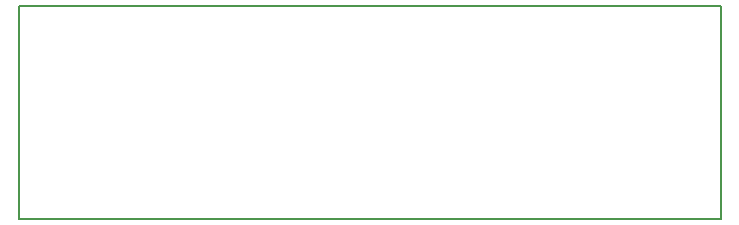
<source format=gbr>
G04 start of page 4 for group 6 idx 6 *
G04 Title: (unknown), outline *
G04 Creator: pcb 20140316 *
G04 CreationDate: Wed 05 Apr 2017 02:07:19 PM GMT UTC *
G04 For: vince *
G04 Format: Gerber/RS-274X *
G04 PCB-Dimensions (mil): 2340.00 710.00 *
G04 PCB-Coordinate-Origin: lower left *
%MOIN*%
%FSLAX25Y25*%
%LNOUTLINE*%
%ADD24C,0.0060*%
G54D24*X0Y0D02*X234000D01*
Y71000D01*
X0D01*
Y0D01*
M02*

</source>
